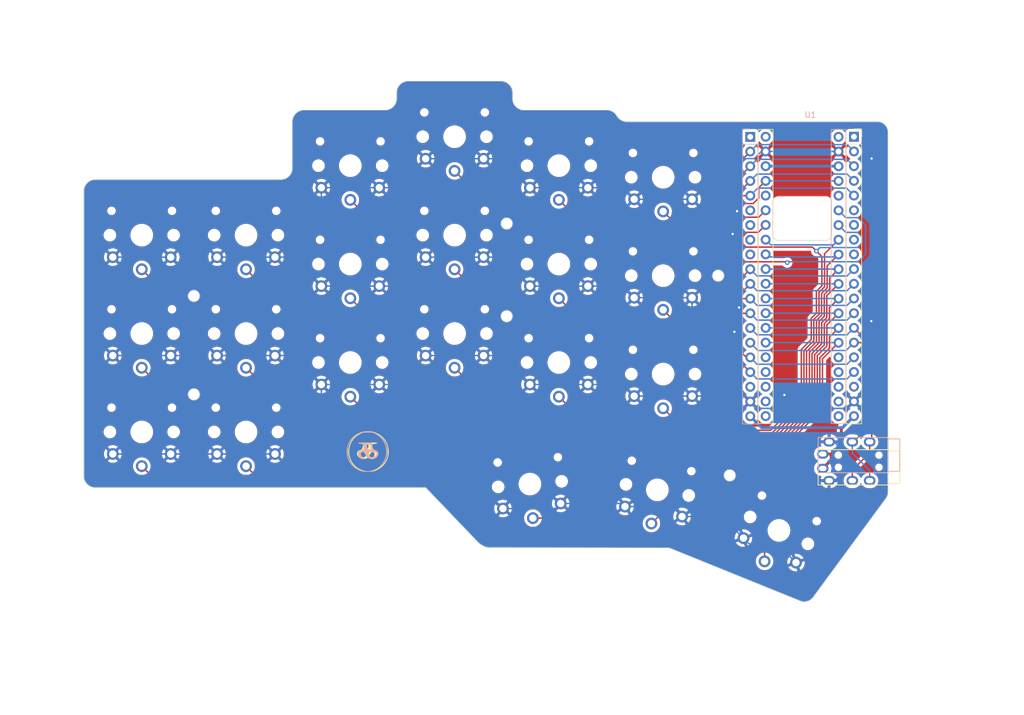
<source format=kicad_pcb>
(kicad_pcb (version 20240108) (generator "pcbnew") (generator_version "8.0")
  (title_block (rev "rev1.0"))
  (layers (0 "F.Cu" signal) (31 "B.Cu" signal) (34 "B.Paste" user) (35 "F.Paste" user) (36 "B.SilkS" user "B.Silkscreen") (37 "F.SilkS" user "F.Silkscreen") (38 "B.Mask" user) (39 "F.Mask" user) (44 "Edge.Cuts" user))
  (net 0 "")
  (net 1 "+3V3")
  (net 2 "GND")
  (net 3 "/TX")
  (net 4 "/RX")
  (net 5 "/k00")
  (net 6 "/k01")
  (net 7 "/k02")
  (net 8 "/k03")
  (net 9 "/k04")
  (net 10 "/k05")
  (net 11 "/k10")
  (net 12 "/k11")
  (net 13 "/k12")
  (net 14 "/k13")
  (net 15 "/k14")
  (net 16 "/k15")
  (net 17 "/k20")
  (net 18 "/k21")
  (net 19 "/k22")
  (net 20 "/k23")
  (net 21 "/k24")
  (net 22 "/k25")
  (net 23 "/k30")
  (net 24 "/k31")
  (net 25 "/k32")
  (footprint "keyswitches:SW_PG1350_reversible" (layer "F.Cu") (at 164 94)
    (property "Reference" "K25" (hide yes))
    (property "Value" "KEYSW")
  )
  (footprint "keyswitches:SW_PG1350_reversible" (layer "F.Cu") (at 146 92)
    (property "Reference" "K24" (hide yes))
    (property "Value" "KEYSW")
  )
  (footprint "keyswitches:SW_PG1350_reversible" (layer "F.Cu") (at 92 104)
    (property "Reference" "K21" (hide yes))
    (property "Value" "KEYSW" (hide yes))
  )
  (footprint "keyswitches:SW_PG1350_reversible" (layer "F.Cu") (at 110 58)
    (property "Reference" "K02" (hide yes))
    (property "Value" "KEYSW" (hide yes))
  )
  (footprint "kdkb_tools:logo-small" (layer "F.Cu") (at 113 107.5)
    (property "Reference" "G***" (hide yes))
    (property "Value" "LOGO" (hide yes))
  )
  (footprint "keyswitches:SW_PG1350_reversible" (layer "F.Cu") (at 74 87)
    (property "Reference" "K10" (hide yes))
    (property "Value" "KEYSW" (hide yes))
  )
  (footprint "keyswitches:SW_PG1350_reversible" (layer "F.Cu") (at 146 58)
    (property "Reference" "K04" (hide yes))
    (property "Value" "KEYSW")
  )
  (footprint "keyswitches:SW_PG1350_reversible" (layer "F.Cu") (at 110 75)
    (property "Reference" "K12" (hide yes))
    (property "Value" "KEYSW")
  )
  (footprint "keyswitches:SW_PG1350_reversible" (layer "F.Cu") (at 141 113 5)
    (property "Reference" "K30" (hide yes))
    (property "Value" "KEYSW")
  )
  (footprint "keyswitches:SW_PG1350_reversible" (layer "F.Cu") (at 92 70)
    (property "Reference" "K01" (hide yes))
    (property "Value" "KEYSW" (hide yes))
  )
  (footprint "keyswitches:SW_PG1350_reversible" (layer "F.Cu") (at 146 75)
    (property "Reference" "K14" (hide yes))
    (property "Value" "KEYSW")
  )
  (footprint "keyswitches:SW_PG1350_reversible" (layer "F.Cu") (at 128 87)
    (property "Reference" "K23" (hide yes))
    (property "Value" "KEYSW" (hide yes))
  )
  (footprint "keyswitches:SW_PG1350_reversible" (layer "F.Cu") (at 128 53)
    (property "Reference" "K03" (hide yes))
    (property "Value" "KEYSW" (hide yes))
  )
  (footprint "keyswitches:SW_PG1350_reversible" (layer "F.Cu") (at 110 92)
    (property "Reference" "K22" (hide yes))
    (property "Value" "KEYSW" (hide yes))
  )
  (footprint "Keebio-Parts:TRRS-PJ-320A" (layer "F.Cu") (at 202.85 110.1 -90)
    (property "Reference" "J1" (hide yes))
    (property "Value" "TRRS")
  )
  (footprint "keyswitches:SW_PG1350_reversible" (layer "F.Cu") (at 164 77)
    (property "Reference" "K15" (hide yes))
    (property "Value" "KEYSW")
  )
  (footprint "keyswitches:SW_PG1350_reversible" (layer "F.Cu") (at 184 121 -25)
    (property "Reference" "K32" (hide yes))
    (property "Value" "KEYSW")
  )
  (footprint "keyswitches:SW_PG1350_reversible" (layer "F.Cu") (at 92 87)
    (property "Reference" "K11" (hide yes))
    (property "Value" "KEYSW" (hide yes))
  )
  (footprint "Footprints:YAAJ_WeAct_BlackPill_2" (layer "F.Cu") (at 179.155 53)
    (property "Reference" "U1")
    (property "Value" "YAAJ_WeAct_BlackPill_Part_Like" (hide yes))
  )
  (footprint "keyswitches:SW_PG1350_reversible" (layer "F.Cu") (at 164 60)
    (property "Reference" "K05" (hide yes))
    (property "Value" "KEYSW")
  )
  (footprint "keyswitches:SW_PG1350_reversible" (layer "F.Cu") (at 74 104)
    (property "Reference" "K20" (hide yes))
    (property "Value" "KEYSW" (hide yes))
  )
  (footprint "keyswitches:SW_PG1350_reversible" (layer "F.Cu") (at 128 70)
    (property "Reference" "K13" (hide yes))
    (property "Value" "KEYSW")
  )
  (footprint "keyswitches:SW_PG1350_reversible" (layer "F.Cu") (at 74 70)
    (property "Reference" "K00" (hide yes))
    (property "Value" "KEYSW" (hide yes))
  )
  (footprint "keyswitches:SW_PG1350_reversible" (layer "F.Cu") (at 163 114 -10)
    (property "Reference" "K31" (hide yes))
    (property "Value" "KEYSW")
  )
  (footprint "kdkb_tools:logo-small" (layer "B.Cu") (at 113 107.5 180)
    (property "Reference" "G***" (hide yes))
    (property "Value" "LOGO" (hide yes))
  )
  (gr_circle (center 83 80.5) (end 84 80.5) (stroke (width 0.1)) (fill none) (layer "Edge.Cuts"))
  (gr_line (start 182.9 69.9) (end 182.9 64.3) (stroke (width 0.1)) (layer "Edge.Cuts"))
  (gr_arc (start 201 50.4) (mid 202.272792 50.927208) (end 202.8 52.2) (stroke (width 0.1)) (layer "Edge.Cuts"))
  (gr_arc (start 100 50.4) (mid 100.585786 48.985786) (end 102 48.4) (stroke (width 0.1)) (layer "Edge.Cuts"))
  (gr_circle (center 137 84) (end 138 84) (stroke (width 0.1)) (fill none) (layer "Edge.Cuts"))
  (gr_line (start 66 113.6) (end 106.5 113.6) (stroke (width 0.1)) (layer "Edge.Cuts"))
  (gr_line (start 189.949999 132.449999) (end 202.434044 115.487896) (stroke (width 0.1)) (layer "Edge.Cuts"))
  (gr_line (start 165 124) (end 187.513868 133.121447) (stroke (width 0.1)) (layer "Edge.Cuts"))
  (gr_arc (start 118 45.4) (mid 118.585786 43.985786) (end 120 43.4) (stroke (width 0.1)) (layer "Edge.Cuts"))
  (gr_circle (center 175.5 111.5) (end 176.5 111.5) (stroke (width 0.1)) (fill none) (layer "Edge.Cuts"))
  (gr_line (start 192.1 70.9) (end 183.9 70.9) (stroke (width 0.1)) (layer "Edge.Cuts"))
  (gr_line (start 201 50.4) (end 157.750002 50.399998) (stroke (width 0.1)) (layer "Edge.Cuts"))
  (gr_arc (start 182.9 64.3) (mid 183.192893 63.592893) (end 183.9 63.3) (stroke (width 0.1)) (layer "Edge.Cuts"))
  (gr_line (start 118 45.4) (end 118 46.4) (stroke (width 0.1)) (layer "Edge.Cuts"))
  (gr_line (start 138 46.4) (end 138 45.4) (stroke (width 0.1)) (layer "Edge.Cuts"))
  (gr_arc (start 193.1 69.9) (mid 192.807107 70.607107) (end 192.1 70.9) (stroke (width 0.1)) (layer "Edge.Cuts"))
  (gr_arc (start 133.759203 123.957053) (mid 132.810421 123.605691) (end 132.000001 122.999999) (stroke (width 0.1)) (layer "Edge.Cuts"))
  (gr_line (start 106.5 113.6) (end 123.004848 113.6) (stroke (width 0.1)) (layer "Edge.Cuts"))
  (gr_line (start 193.092893 64.3) (end 193.1 69.9) (stroke (width 0.1)) (layer "Edge.Cuts"))
  (gr_line (start 123.004848 113.6) (end 132 123) (stroke (width 0.1)) (layer "Edge.Cuts"))
  (gr_arc (start 202.8 114.4) (mid 202.70606 114.973899) (end 202.434044 115.487896) (stroke (width 0.1)) (layer "Edge.Cuts"))
  (gr_line (start 100 50.4) (end 100 58.4) (stroke (width 0.1)) (layer "Edge.Cuts"))
  (gr_line (start 98 60.4) (end 66 60.4) (stroke (width 0.1)) (layer "Edge.Cuts"))
  (gr_circle (center 137 68) (end 138 68) (stroke (width 0.1)) (fill none) (layer "Edge.Cuts"))
  (gr_arc (start 136 43.4) (mid 137.414214 43.985786) (end 138 45.4) (stroke (width 0.1)) (layer "Edge.Cuts"))
  (gr_arc (start 118 46.4) (mid 117.414214 47.814214) (end 116 48.4) (stroke (width 0.1)) (layer "Edge.Cuts"))
  (gr_arc (start 66 113.6) (mid 64.585786 113.014214) (end 64 111.6) (stroke (width 0.1)) (layer "Edge.Cuts"))
  (gr_line (start 202.8 114.4) (end 202.8 113.2) (stroke (width 0.1)) (layer "Edge.Cuts"))
  (gr_arc (start 140 48.4) (mid 138.585786 47.814214) (end 138 46.4) (stroke (width 0.1)) (layer "Edge.Cuts"))
  (gr_arc (start 157.750002 50.399998) (mid 156.742216 50.132373) (end 156 49.4) (stroke (width 0.1)) (layer "Edge.Cuts"))
  (gr_line (start 64 62.4) (end 64 111.6) (stroke (width 0.1)) (layer "Edge.Cuts"))
  (gr_arc (start 192.092893 63.3) (mid 192.8 63.592893) (end 193.092893 64.3) (stroke (width 0.1)) (layer "Edge.Cuts"))
  (gr_line (start 165 124) (end 133.759203 123.957053) (stroke (width 0.1)) (layer "Edge.Cuts"))
  (gr_arc (start 183.9 70.9) (mid 183.192893 70.607107) (end 182.9 69.9) (stroke (width 0.1)) (layer "Edge.Cuts"))
  (gr_line (start 136 43.4) (end 120 43.4) (stroke (width 0.1)) (layer "Edge.Cuts"))
  (gr_arc (start 64 62.4) (mid 64.585786 60.985786) (end 66 60.4) (stroke (width 0.1)) (layer "Edge.Cuts"))
  (gr_line (start 183.9 63.3) (end 192.092893 63.3) (stroke (width 0.1)) (layer "Edge.Cuts"))
  (gr_line (start 116 48.4) (end 102 48.4) (stroke (width 0.1)) (layer "Edge.Cuts"))
  (gr_arc (start 154.3 48.4) (mid 155.286154 48.668538) (end 156 49.4) (stroke (width 0.1)) (layer "Edge.Cuts"))
  (gr_line (start 202.8 113.2) (end 202.8 52.2) (stroke (width 0.1)) (layer "Edge.Cuts"))
  (gr_arc (start 100 58.4) (mid 99.414214 59.814214) (end 98 60.4) (stroke (width 0.1)) (layer "Edge.Cuts"))
  (gr_circle (center 173.5 77) (end 174.5 77) (stroke (width 0.1)) (fill none) (layer "Edge.Cuts"))
  (gr_arc (start 189.949999 132.449999) (mid 188.858511 133.244969) (end 187.513868 133.121447) (stroke (width 0.1)) (layer "Edge.Cuts"))
  (gr_line (start 154.3 48.4) (end 140 48.4) (stroke (width 0.1)) (layer "Edge.Cuts"))
  (gr_circle (center 83 97.5) (end 84 97.5) (stroke (width 0.1)) (fill none) (layer "Edge.Cuts"))
  (segment (start 193 107.8) (end 191.55 107.8) (width 0.5) (layer "F.Cu") (net 1))
  (segment (start 193 108.85) (end 191.55 110.3) (width 0.5) (layer "F.Cu") (net 1))
  (segment (start 194.75 103.445) (end 194.75 106.05) (width 0.5) (layer "F.Cu") (net 1))
  (segment (start 193.3 107.5) (end 193 107.8) (width 0.5) (layer "F.Cu") (net 1))
  (segment (start 196.935 101.26) (end 194.75 103.445) (width 0.5) (layer "F.Cu") (net 1))
  (segment (start 194.75 106.05) (end 193.3 107.5) (width 0.5) (layer "F.Cu") (net 1))
  (segment (start 193 107.8) (end 193 108.85) (width 0.5) (layer "F.Cu") (net 1))
  (segment (start 179.035 101.28) (end 181.005 103.25) (width 0.5) (layer "B.Cu") (net 1))
  (segment (start 194.945 103.25) (end 196.935 101.26) (width 0.5) (layer "B.Cu") (net 1))
  (segment (start 181.005 103.25) (end 194.945 103.25) (width 0.5) (layer "B.Cu") (net 1))
  (segment (start 181.695 58.08) (end 194.255 58.08) (width 0.5) (layer "B.Cu") (net 1))
  (segment (start 194.255 58.08) (end 194.275 58.1) (width 0.25) (layer "B.Cu") (net 1))
  (via (at 176.75 65.85) (size 0.8) (drill 0.4) (layers "F.Cu" "B.Cu") (net 2))
  (via (at 176.3 86.7) (size 0.8) (drill 0.4) (layers "F.Cu" "B.Cu") (net 2))
  (via (at 199.98 56.76) (size 0.8) (drill 0.4) (layers "F.Cu" "B.Cu") (net 2))
  (via (at 176 69.8) (size 0.8) (drill 0.4) (layers "F.Cu" "B.Cu") (net 2))
  (via (at 177.1 82.5) (size 0.8) (drill 0.4) (layers "F.Cu" "B.Cu") (net 2))
  (via (at 184.93 97.6) (size 0.8) (drill 0.4) (layers "F.Cu" "B.Cu") (net 2))
  (via (at 199.93 84.85) (size 0.8) (drill 0.4) (layers "F.Cu" "B.Cu") (net 2))
  (segment (start 136 56.8) (end 141 61.8) (width 0.25) (layer "B.Cu") (net 2))
  (segment (start 146.312165 116.349761) (end 156.89183 116.349761) (width 0.25) (layer "B.Cu") (net 2))
  (segment (start 194.255 55.54) (end 194.275 55.56) (width 0.25) (layer "B.Cu") (net 2))
  (segment (start 136.350218 117.221319) (end 145.440607 117.221319) (width 0.25) (layer "B.Cu") (net 2))
  (segment (start 79 90.8) (end 69 90.8) (width 0.25) (layer "B.Cu") (net 2))
  (segment (start 97 90.8) (end 100 90.8) (width 0.25) (layer "B.Cu") (net 2))
  (segment (start 115 78.8) (end 118 78.8) (width 0.25) (layer "B.Cu") (net 2))
  (segment (start 192.664511 99.914511) (end 195.740489 99.914511) (width 0.25) (layer "B.Cu") (net 2))
  (segment (start 115 95.8) (end 118 95.8) (width 0.25) (layer "B.Cu") (net 2))
  (segment (start 195.740489 99.914511) (end 196.935 98.72) (width 0.25) (layer "B.Cu") (net 2))
  (segment (start 196.10601 103.75) (end 197.25 103.75) (width 0.25) (layer "B.Cu") (net 2))
  (segment (start 79 107.8) (end 69 107.8) (width 0.25) (layer "B.Cu") (net 2))
  (segment (start 83.2 91.8) (end 86 91.8) (width 0.25) (layer "B.Cu") (net 2))
  (segment (start 87 107.8) (end 97 107.8) (width 0.25) (layer "B.Cu") (net 2))
  (segment (start 194.15601 105.7) (end 192.65 105.7) (width 0.25) (layer "B.Cu") (net 2))
  (segment (start 107.7 86.110114) (end 101.75 92.060114) (width 0.25) (layer "B.Cu") (net 2))
  (segment (start 136 90.8) (end 141 95.8) (width 0.25) (layer "B.Cu") (net 2))
  (segment (start 193.6 112.4) (end 192.65 112.4) (width 0.25) (layer "B.Cu") (net 2))
  (segment (start 151 61.8) (end 154.55 61.8) (width 0.25) (layer "B.Cu") (net 2))
  (segment (start 87 73.8) (end 86 74.8) (width 0.25) (layer "B.Cu") (net 2))
  (segment (start 157 78.8) (end 159 80.8) (width 0.25) (layer "B.Cu") (net 2))
  (segment (start 118 78.8) (end 123 73.8) (width 0.25) (layer "B.Cu") (net 2))
  (segment (start 79 73.8) (end 69 73.8) (width 0.25) (layer "B.Cu") (net 2))
  (segment (start 141 78.8) (end 151 78.8) (width 0.25) (layer "B.Cu") (net 2))
  (segment (start 97 73.8) (end 105 65.8) (width 0.25) (layer "B.Cu") (net 2))
  (segment (start 155.55 95.8) (end 157 95.8) (width 0.25) (layer "B.Cu") (net 2))
  (segment (start 159 63.8) (end 169 63.8) (width 0.25) (layer "B.Cu") (net 2))
  (segment (start 195.5 110.5) (end 195.5 107.7) (width 0.25) (layer "B.Cu") (net 2))
  (segment (start 189.25 119.25) (end 184.434264 124.065736) (width 0.25) (layer "B.Cu") (net 2))
  (segment (start 80 74.8) (end 79 73.8) (width 0.25) (layer "B.Cu") (net 2))
  (segment (start 86 74.8) (end 80 74.8) (width 0.25) (layer "B.Cu") (net 2))
  (segment (start 101.689886 92.060114) (end 101.475 92.275) (width 0.25) (layer "B.Cu") (net 2))
  (segment (start 133 73.8) (end 136 73.8) (width 0.25) (layer "B.Cu") (net 2))
  (segment (start 118 95.8) (end 123 90.8) (width 0.25) (layer "B.Cu") (net 2))
  (segment (start 178.095 97.8) (end 179.035 98.74) (width 0.25) (layer "B.Cu") (net 2))
  (segment (start 180.209511 99.914511) (end 192.664511 99.914511) (width 0.25) (layer "B.Cu") (net 2))
  (segment (start 105 65.8) (end 105 61.8) (width 0.25) (layer "B.Cu") (net 2))
  (segment (start 83.2 91.8) (end 82.2 90.8) (width 0.25) (layer "B.Cu") (net 2))
  (segment (start 195.5 107.7) (end 193.5 105.7) (width 0.25) (layer "B.Cu") (net 2))
  (segment (start 189.25 116.85) (end 192.65 113.45) (width 0.25) (layer "B.Cu") (net 2))
  (segment (start 87 73.8) (end 97 73.8) (width 0.25) (layer "B.Cu") (net 2))
  (segment (start 105 95.8) (end 115 95.8) (width 0.25) (layer "B.Cu") (net 2))
  (segment (start 100 73.8) (end 105 78.8) (width 0.25) (layer "B.Cu") (net 2))
  (segment (start 172.13949 118.61051) (end 172.13949 105.63551) (width 0.25) (layer "B.Cu") (net 2))
  (segment (start 169 63.8) (end 176.03 56.77) (width 0.25) (layer "B.Cu") (net 2))
  (segment (start 165.527695 116.874029) (end 167.264176 118.61051) (width 0.25) (layer "B.Cu") (net 2))
  (segment (start 87 90.8) (end 97 90.8) (width 0.25) (layer "B.Cu") (net 2))
  (segment (start 100 90.8) (end 101.475 92.275) (width 0.25) (layer "B.Cu") (net 2))
  (segment (start 79 107.8) (end 87 107.8) (width 0.25) (layer "B.Cu") (net 2))
  (segment (start 174.142144 118.61051) (end 177.862512 122.330878) (width 0.25) (layer "B.Cu") (net 2))
  (segment (start 123 90.8) (end 133 90.8) (width 0.25) (layer "B.Cu") (net 2))
  (segment (start 105 99.8) (end 105 95.8) (width 0.25) (layer "B.Cu") (net 2))
  (segment (start 155.55 78.8) (end 155.55 95.8) (width 0.25) (layer "B.Cu") (net 2))
  (segment (start 101.475 92.275) (end 105 95.8) (width 0.25) (layer "B.Cu") (net 2))
  (segment (start 157 95.8) (end 159 97.8) (width 0.25) (layer "B.Cu") (net 2))
  (segment (start 151 95.8) (end 155.55 95.8) (width 0.25) (layer "B.Cu") (net 2))
  (segment (start 107.7 78.8) (end 107.7 86.110114) (width 0.25) (layer "B.Cu") (net 2))
  (segment (start 179.729282 56.77) (end 180.959282 55.54) (width 0.25) (layer "B.Cu") (net 2))
  (segment (start 169 83.5) (end 174.55 89.05) (width 0.25) (layer "B.Cu") (net 2))
  (segment (start 97 73.8) (end 100 73.8) (width 0.25) (layer "B.Cu") (net 2))
  (segment (start 157 61.8) (end 159 63.8) (width 0.25) (layer "B.Cu") (net 2))
  (segment (start 86 91.8) (end 87 90.8) (width 0.25) (layer "B.Cu") (net 2))
  (segment (start 193.5 105.7) (end 192.65 105.7) (width 0.25) (layer "B.Cu") (net 2))
  (segment (start 198.75 100.535) (end 196.935 98.72) (width 0.25) (layer "B.Cu") (net 2))
  (segment (start 101.75 92.060114) (end 101.689886 92.060114) (width 0.25) (layer "B.Cu") (net 2))
  (segment (start 181.695 55.54) (end 194.255 55.54) (width 0.25) (layer "B.Cu") (net 2))
  (segment (start 192.65 113.45) (end 192.65 112.4) (width 0.25) (layer "B.Cu") (net 2))
  (segment (start 141 95.8) (end 151 95.8) (width 0.25) (layer "B.Cu") (net 2))
  (segment (start 167.264176 118.61051) (end 172.13949 118.61051) (width 0.25) (layer "B.Cu") (net 2))
  (segment (start 169 80.8) (end 169 83.5) (width 0.25) (layer "B.Cu") (net 2))
  (segment (start 157.416098 116.874029) (end 165.527695 116.874029) (width 0.25) (layer "B.Cu") (net 2))
  (segment (start 123 56.8) (end 133 56.8) (width 0.25) (layer "B.Cu") (net 2))
  (segment (start 136 73.8) (end 141 78.8) (width 0.25) (layer "B.Cu") (net 2))
  (segment (start 145.440607 117.221319) (end 146.312165 116.349761) (width 0.25) (layer "B.Cu") (net 2))
  (segment (start 184.434264 124.065736) (end 186.92559 126.557061) (width 0.25) (layer "B.Cu") (net 2))
  (segment (start 172.13949 105.63551) (end 179.035 98.74) (width 0.25) (layer "B.Cu") (net 2))
  (segment (start 172.13949 118.61051) (end 174.142144 118.61051) (width 0.25) (layer "B.Cu") (net 2))
  (segment (start 141 61.8) (end 151 61.8) (width 0.25) (layer "B.Cu") (net 2))
  (segment (start 154.45 78.8) (end 155.55 78.8) (width 0.25) (layer "B.Cu") (net 2))
  (segment (start 195.5 110.5) (end 193.6 112.4) (width 0.25) (layer "B.Cu") (net 2))
  (segment (start 82.2 90.8) (end 79 90.8) (width 0.25) (layer "B.Cu") (net 2))
  (segment (start 174.55 97.8) (end 178.095 97.8) (width 0.25) (layer "B.Cu") (net 2))
  (segment (start 151 78.8) (end 154.45 78.8) (width 0.25) (layer "B.Cu") (net 2))
  (segment (start 154.55 61.8) (end 157 61.8) (width 0.25) (layer "B.Cu") (net 2))
  (segment (start 193.2 112.3) (end 192.6625 112.3) (width 0.25) (layer "B.Cu") (net 2))
  (segment (start 177.862512 122.330878) (end 178.878511 123.346877) (width 0.25) (layer "B.Cu") (net 2))
  (segment (start 174.55 89.05) (end 174.55 97.8) (width 0.25) (layer "B.Cu") (net 2))
  (segment (start 154.5 61.85) (end 154.5 78.75) (width 0.25) (layer "B.Cu") (net 2))
  (segment (start 169 97.8) (end 174.55 97.8) (width 0.25) (layer "B.Cu") (net 2))
  (segment (start 196.10601 103.75) (end 194.15601 105.7) (width 0.25) (layer "B.Cu") (net 2))
  (segment (start 154.55 61.8) (end 154.5 61.85) (width 0.25) (layer "B.Cu") (net 2))
  (segment (start 118 61.8) (end 123 56.8) (width 0.25) (layer "B.Cu") (net 2))
  (segment (start 156.89183 116.349761) (end 157.416098 116.874029) (width 0.25) (layer "B.Cu") (net 2))
  (segment (start 105 61.8) (end 115 61.8) (width 0.25) (layer "B.Cu") (net 2))
  (segment (start 179.035 98.74) (end 180.209511 99.914511) (width 0.25) (layer "B.Cu") (net 2))
  (segment (start 178.878511 123.346877) (end 183.715406 123.346877) (width 0.25) (layer "B.Cu") (net 2))
  (segment (start 154.5 78.75) (end 154.45 78.8) (width 0.25) (layer "B.Cu") (net 2))
  (segment (start 192.65 99.929022) (end 192.664511 99.914511) (width 0.25) (layer "B.Cu") (net 2))
  (segment (start 155.55 78.8) (end 157 78.8) (width 0.25) (layer "B.Cu") (net 2))
  (segment (start 107.7 78.8) (end 115 78.8) (width 0.25) (layer "B.Cu") (net 2))
  (segment (start 123 73.8) (end 133 73.8) (width 0.25) (layer "B.Cu") (net 2))
  (segment (start 159 97.8) (end 169 97.8) (width 0.25) (layer "B.Cu") (net 2))
  (segment (start 115 61.8) (end 118 61.8) (width 0.25) (layer "B.Cu") (net 2))
  (segment (start 183.715406 123.346877) (end 184.434264 124.065736) (width 0.25) (layer "B.Cu") (net 2))
  (segment (start 180.959282 55.54) (end 181.695 55.54) (width 0.25) (layer "B.Cu") (net 2))
  (segment (start 133 90.8) (end 136 90.8) (width 0.25) (layer "B.Cu") (net 2))
  (segment (start 189.25 116.85) (end 189.25 119.25) (width 0.25) (layer "B.Cu") (net 2))
  (segment (start 159 80.8) (end 169 80.8) (width 0.25) (layer "B.Cu") (net 2))
  (segment (start 197.25 103.75) (end 198.75 102.25) (width 0.25) (layer "B.Cu") (net 2))
  (segment (start 198.75 102.25) (end 198.75 100.535) (width 0.25) (layer "B.Cu") (net 2))
  (segment (start 133 56.8) (end 136 56.8) (width 0.25) (layer "B.Cu") (net 2))
  (segment (start 176.03 56.77) (end 179.729282 56.77) (width 0.25) (layer "B.Cu") (net 2))
  (segment (start 105 78.8) (end 107.7 78.8) (width 0.25) (layer "B.Cu") (net 2))
  (segment (start 97 107.8) (end 105 99.8) (width 0.25) (layer "B.Cu") (net 2))
  (segment (start 200 105.35) (end 199.65 105.7) (width 0.25) (layer "F.Cu") (net 3))
  (segment (start 196.65 110.6) (end 196.65 112.4) (width 0.25) (layer "F.Cu") (net 3))
  (segment (start 199.65 107.6) (end 199.65 105.7) (width 0.25) (layer "F.Cu") (net 3))
  (segment (start 199.65 107.6) (end 196.65 110.6) (width 0.25) (layer "F.Cu") (net 3))
  (segment (start 196.935 86.02) (end 200 89.085) (width 0.25) (layer "F.Cu") (net 3))
  (segment (start 200 89.085) (end 200 105.35) (width 0.25) (layer "F.Cu") (net 3))
  (segment (start 193.786995 87.213005) (end 193.788501 87.214511) (width 0.25) (layer "B.Cu") (net 3))
  (segment (start 179.035 86.04) (end 180.208005 87.213005) (width 0.25) (layer "B.Cu") (net 3))
  (segment (start 195.740489 87.214511) (end 196.935 86.02) (width 0.25) (layer "B.Cu") (net 3))
  (segment (start 193.788501 87.214511) (end 195.740489 87.214511) (width 0.25) (layer "B.Cu") (net 3))
  (segment (start 180.208005 87.213005) (end 193.786995 87.213005) (width 0.25) (layer "B.Cu") (net 3))
  (segment (start 198.11 88.56) (end 199.55048 90.00048) (width 0.25) (layer "F.Cu") (net 4))
  (segment (start 199.55048 90.00048) (end 199.55048 102.99952) (width 0.25) (layer "F.Cu") (net 4))
  (segment (start 199.55048 102.99952) (end 196.85 105.7) (width 0.25) (layer "F.Cu") (net 4))
  (segment (start 196.935 88.56) (end 198.11 88.56) (width 0.25) (layer "F.Cu") (net 4))
  (segment (start 196.85 105.7) (end 196.65 105.7) (width 0.25) (layer "F.Cu") (net 4))
  (segment (start 199.65 110.65) (end 199.65 112.4) (width 0.25) (layer "B.Cu") (net 4))
  (segment (start 196.65 107.65) (end 199.65 110.65) (width 0.25) (layer "B.Cu") (net 4))
  (segment (start 180.380489 89.925489) (end 195.569511 89.925489) (width 0.25) (layer "B.Cu") (net 4))
  (segment (start 196.65 105.7) (end 196.65 107.65) (width 0.25) (layer "B.Cu") (net 4))
  (segment (start 179.035 88.58) (end 180.380489 89.925489) (width 0.25) (layer "B.Cu") (net 4))
  (segment (start 195.569511 89.925489) (end 196.935 88.56) (width 0.25) (layer "B.Cu") (net 4))
  (segment (start 176.384072 74.6) (end 171.683112 69.89904) (width 0.25) (layer "F.Cu") (net 5))
  (segment (start 101.69952 73.936198) (end 97.385718 78.25) (width 0.25) (layer "F.Cu") (net 5))
  (segment (start 76.35 78.25) (end 74 75.9) (width 0.25) (layer "F.Cu") (net 5))
  (segment (start 181.695 65.7) (end 180.500489 66.894511) (width 0.25) (layer "F.Cu") (net 5))
  (segment (start 156.495943 67.267379) (end 140.767379 67.267379) (width 0.25) (layer "F.Cu") (net 5))
  (segment (start 140.767379 67.267379) (end 136.39904 62.89904) (width 0.25) (layer "F.Cu") (net 5))
  (segment (start 171.683112 69.89904) (end 159.127604 69.89904) (width 0.25) (layer "F.Cu") (net 5))
  (segment (start 174.687642 66.894511) (end 171.683112 69.89904) (width 0.25) (layer "F.Cu") (net 5))
  (segment (start 97.385718 78.25) (end 76.35 78.25) (width 0.25) (layer "F.Cu") (net 5))
  (segment (start 185.28 74.6) (end 176.384072 74.6) (width 0.25) (layer "F.Cu") (net 5))
  (segment (start 136.39904 62.89904) (end 119.622396 62.89904) (width 0.25) (layer "F.Cu") (net 5))
  (segment (start 101.69952 71.436198) (end 101.69952 73.936198) (width 0.25) (layer "F.Cu") (net 5))
  (segment (start 185.42 74.74) (end 185.28 74.6) (width 0.25) (layer "F.Cu") (net 5))
  (segment (start 159.127604 69.89904) (end 156.495943 67.267379) (width 0.25) (layer "F.Cu") (net 5))
  (segment (start 115.571915 66.94952) (end 106.186198 66.94952) (width 0.25) (layer "F.Cu") (net 5))
  (segment (start 180.500489 66.894511) (end 174.687642 66.894511) (width 0.25) (layer "F.Cu") (net 5))
  (segment (start 106.186198 66.94952) (end 101.69952 71.436198) (width 0.25) (layer "F.Cu") (net 5))
  (segment (start 119.622396 62.89904) (end 115.571915 66.94952) (width 0.25) (layer "F.Cu") (net 5))
  (via (at 185.42 74.74) (size 0.8) (drill 0.4) (layers "F.Cu" "B.Cu") (net 5))
  (segment (start 197.63 74.59) (end 185.57 74.59) (width 0.25) (layer "B.Cu") (net 5))
  (segment (start 197.63 66.97) (end 198.95 68.29) (width 0.25) (layer "B.Cu") (net 5))
  (segment (start 194.275 65.72) (end 195.525 66.97) (width 0.25) (layer "B.Cu") (net 5))
  (segment (start 198.95 73.27) (end 197.63 74.59) (width 0.25) (layer "B.Cu") (net 5))
  (segment (start 198.95 68.29) (end 198.95 73.27) (width 0.25) (layer "B.Cu") (net 5))
  (segment (start 195.525 66.97) (end 197.63 66.97) (width 0.25) (layer "B.Cu") (net 5))
  (segment (start 185.57 74.59) (end 185.42 74.74) (width 0.25) (layer "B.Cu") (net 5))
  (segment (start 115.385718 66.5) (end 106 66.5) (width 0.25) (layer "F.Cu") (net 6))
  (segment (start 180.5 63.566988) (end 179.521499 64.545489) (width 0.25) (layer "F.Cu") (net 6))
  (segment (start 101.25 73.75) (end 97.19952 77.80048) (width 0.25) (layer "F.Cu") (net 6))
  (segment (start 176.400947 64.545489) (end 171.496915 69.44952) (width 0.25) (layer "F.Cu") (net 6))
  (segment (start 181.695 60.62) (end 180.5 61.815) (width 0.25) (layer "F.Cu") (net 6))
  (segment (start 180.5 61.815) (end 180.5 63.566988) (width 0.25) (layer "F.Cu") (net 6))
  (segment (start 97.19952 77.80048) (end 94.90048 77.80048) (width 0.25) (layer "F.Cu") (net 6))
  (segment (start 141.067859 66.817859) (end 136.69952 62.44952) (width 0.25) (layer "F.Cu") (net 6))
  (segment (start 156.682141 66.817859) (end 141.067859 66.817859) (width 0.25) (layer "F.Cu") (net 6))
  (segment (start 179.521499 64.545489) (end 176.400947 64.545489) (width 0.25) (layer "F.Cu") (net 6))
  (segment (start 93.9 77.8) (end 92 75.9) (width 0.25) (layer "F.Cu") (net 6))
  (segment (start 94.90048 77.80048) (end 94.9 77.8) (width 0.25) (layer "F.Cu") (net 6))
  (segment (start 106 66.5) (end 101.25 71.25) (width 0.25) (layer "F.Cu") (net 6))
  (segment (start 101.25 71.25) (end 101.25 73.75) (width 0.25) (layer "F.Cu") (net 6))
  (segment (start 119.436198 62.44952) (end 115.385718 66.5) (width 0.25) (layer "F.Cu") (net 6))
  (segment (start 94.9 77.8) (end 93.9 77.8) (width 0.25) (layer "F.Cu") (net 6))
  (segment (start 136.69952 62.44952) (end 119.436198 62.44952) (width 0.25) (layer "F.Cu") (net 6))
  (segment (start 171.496915 69.44952) (end 159.313803 69.44952) (width 0.25) (layer "F.Cu") (net 6))
  (segment (start 159.313803 69.44952) (end 156.682141 66.817859) (width 0.25) (layer "F.Cu") (net 6))
  (segment (start 194.255 60.62) (end 194.275 60.64) (width 0.25) (layer "B.Cu") (net 6))
  (segment (start 181.695 60.62) (end 194.255 60.62) (width 0.25) (layer "B.Cu") (net 6))
  (segment (start 112.1 66) (end 110 63.9) (width 0.25) (layer "F.Cu") (net 7))
  (segment (start 115.25 66) (end 112.1 66) (width 0.25) (layer "F.Cu") (net 7))
  (segment (start 141.25 66.25) (end 137 62) (width 0.25) (layer "F.Cu") (net 7))
  (segment (start 159.5 69) (end 156.75 66.25) (width 0.25) (layer "F.Cu") (net 7))
  (segment (start 156.75 66.25) (end 141.25 66.25) (width 0.25) (layer "F.Cu") (net 7))
  (segment (start 137 62) (end 119.25 62) (width 0.25) (layer "F.Cu") (net 7))
  (segment (start 177.130718 63.18) (end 171.310718 69) (width 0.25) (layer "F.Cu") (net 7))
  (segment (start 119.25 62) (end 115.25 66) (width 0.25) (layer "F.Cu") (net 7))
  (segment (start 179.035 63.18) (end 177.130718 63.18) (width 0.25) (layer "F.Cu") (net 7))
  (segment (start 171.310718 69) (end 159.5 69) (width 0.25) (layer "F.Cu") (net 7))
  (segment (start 180.345 61.87) (end 195.645 61.87) (width 0.25) (layer "B.Cu") (net 7))
  (segment (start 179.035 63.18) (end 180.345 61.87) (width 0.25) (layer "B.Cu") (net 7))
  (segment (start 195.645 61.87) (end 196.935 63.16) (width 0.25) (layer "B.Cu") (net 7))
  (segment (start 157 65.75) (end 141.5 65.75) (width 0.25) (layer "F.Cu") (net 8))
  (segment (start 137.3 61.55) (end 130.65 61.55) (width 0.25) (layer "F.Cu") (net 8))
  (segment (start 141.5 65.75) (end 137.3 61.55) (width 0.25) (layer "F.Cu") (net 8))
  (segment (start 179.035 60.64) (end 171.175 68.5) (width 0.25) (layer "F.Cu") (net 8))
  (segment (start 171.175 68.5) (end 159.75 68.5) (width 0.25) (layer "F.Cu") (net 8))
  (segment (start 159.75 68.5) (end 157 65.75) (width 0.25) (layer "F.Cu") (net 8))
  (segment (start 130.65 61.55) (end 128 58.9) (width 0.25) (layer "F.Cu") (net 8))
  (segment (start 179.035 60.64) (end 180.229511 59.445489) (width 0.25) (layer "B.Cu") (net 8))
  (segment (start 180.229511 59.445489) (end 195.760489 59.445489) (width 0.25) (layer "B.Cu") (net 8))
  (segment (start 195.760489 59.445489) (end 196.935 60.62) (width 0.25) (layer "B.Cu") (net 8))
  (segment (start 177.3 59.835) (end 177.3 61.739282) (width 0.25) (layer "F.Cu") (net 9))
  (segment (start 147.35 65.25) (end 146 63.9) (width 0.25) (layer "F.Cu") (net 9))
  (segment (start 179.035 58.1) (end 177.3 59.835) (width 0.25) (layer "F.Cu") (net 9))
  (segment (start 160 68) (end 157.25 65.25) (width 0.25) (layer "F.Cu") (net 9))
  (segment (start 177.3 61.739282) (end 171.039282 68) (width 0.25) (layer "F.Cu") (net 9))
  (segment (start 157.25 65.25) (end 147.35 65.25) (width 0.25) (layer "F.Cu") (net 9))
  (segment (start 171.039282 68) (end 160 68) (width 0.25) (layer "F.Cu") (net 9))
  (segment (start 179.035 58.1) (end 180.229511 56.905489) (width 0.25) (layer "B.Cu") (net 9))
  (segment (start 195.760489 56.905489) (end 196.935 58.08) (width 0.25) (layer "B.Cu") (net 9))
  (segment (start 180.229511 56.905489) (end 195.760489 56.905489) (width 0.25) (layer "B.Cu") (net 9))
  (segment (start 176.85048 57.74452) (end 176.85048 61.553084) (width 0.25) (layer "F.Cu") (net 10))
  (segment (start 179.035 55.56) (end 176.85048 57.74452) (width 0.25) (layer "F.Cu") (net 10))
  (segment (start 176.85048 61.553084) (end 170.853084 67.55048) (width 0.25) (layer "F.Cu") (net 10))
  (segment (start 170.853084 67.55048) (end 165.65048 67.55048) (width 0.25) (layer "F.Cu") (net 10))
  (segment (start 165.65048 67.55048) (end 164 65.9) (width 0.25) (layer "F.Cu") (net 10))
  (segment (start 179.035 55.56) (end 180.229511 54.365489) (width 0.25) (layer "B.Cu") (net 10))
  (segment (start 195.760489 54.365489) (end 196.935 55.54) (width 0.25) (layer "B.Cu") (net 10))
  (segment (start 180.229511 54.365489) (end 195.760489 54.365489) (width 0.25) (layer "B.Cu") (net 10))
  (segment (start 142.364282 86.135717) (end 135.745944 79.517379) (width 0.25) (layer "F.Cu") (net 11))
  (segment (start 106.135718 83.75) (end 100.75 89.135718) (width 0.25) (layer "F.Cu") (net 11))
  (segment (start 114.021436 83.75) (end 106.135718 83.75) (width 0.25) (layer "F.Cu") (net 11))
  (segment (start 118.254057 79.517379) (end 114.021436 83.75) (width 0.25) (layer "F.Cu") (net 11))
  (segment (start 177.5 90.9) (end 172.99904 86.39904) (width 0.25) (layer "F.Cu") (net 11))
  (segment (start 135.745944 79.517379) (end 118.254057 79.517379) (width 0.25) (layer "F.Cu") (net 11))
  (segment (start 142.627604 86.39904) (end 142.364282 86.135717) (width 0.25) (layer "F.Cu") (net 11))
  (segment (start 100.75 92) (end 98 94.75) (width 0.25) (layer "F.Cu") (net 11))
  (segment (start 98 94.75) (end 75.85 94.75) (width 0.25) (layer "F.Cu") (net 11))
  (segment (start 100.75 89.135718) (end 100.75 92) (width 0.25) (layer "F.Cu") (net 11))
  (segment (start 179.035 93.66) (end 177.5 92.125) (width 0.25) (layer "F.Cu") (net 11))
  (segment (start 177.5 92.125) (end 177.5 90.9) (width 0.25) (layer "F.Cu") (net 11))
  (segment (start 172.99904 86.39904) (end 142.627604 86.39904) (width 0.25) (layer "F.Cu") (net 11))
  (segment (start 75.85 94.75) (end 74 92.9) (width 0.25) (layer "F.Cu") (net 11))
  (segment (start 179.035 93.66) (end 180.209511 94.834511) (width 0.25) (layer "B.Cu") (net 11))
  (segment (start 180.209511 94.834511) (end 195.740489 94.834511) (width 0.25) (layer "B.Cu") (net 11))
  (segment (start 195.740489 94.834511) (end 196.935 93.64) (width 0.25) (layer "B.Cu") (net 11))
  (segment (start 173.18952 85.94952) (end 142.813802 85.94952) (width 0.25) (layer "F.Cu") (net 12))
  (segment (start 100.30048 91.813802) (end 97.813802 94.30048) (width 0.25) (layer "F.Cu") (net 12))
  (segment (start 93.40048 94.30048) (end 92 92.9) (width 0.25) (layer "F.Cu") (net 12))
  (segment (start 118.067859 79.067859) (end 113.885718 83.25) (width 0.25) (layer "F.Cu") (net 12))
  (segment (start 179.035 91.12) (end 178.36 91.12) (width 0.25) (layer "F.Cu") (net 12))
  (segment (start 100.30048 88.949521) (end 100.30048 91.813802) (width 0.25) (layer "F.Cu") (net 12))
  (segment (start 135.932141 79.067859) (end 118.067859 79.067859) (width 0.25) (layer "F.Cu") (net 12))
  (segment (start 142.813802 85.94952) (end 135.932141 79.067859) (width 0.25) (layer "F.Cu") (net 12))
  (segment (start 106 83.25) (end 100.30048 88.949521) (width 0.25) (layer "F.Cu") (net 12))
  (segment (start 178.36 91.12) (end 173.18952 85.94952) (width 0.25) (layer "F.Cu") (net 12))
  (segment (start 97.813802 94.30048) (end 93.40048 94.30048) (width 0.25) (layer "F.Cu") (net 12))
  (segment (start 113.885718 83.25) (end 106 83.25) (width 0.25) (layer "F.Cu") (net 12))
  (segment (start 195.740489 92.294511) (end 196.935 91.1) (width 0.25) (layer "B.Cu") (net 12))
  (segment (start 180.209511 92.294511) (end 195.740489 92.294511) (width 0.25) (layer "B.Cu") (net 12))
  (segment (start 179.035 91.12) (end 180.209511 92.294511) (width 0.25) (layer "B.Cu") (net 12))
  (segment (start 175.226436 83.5) (end 173.226435 85.5) (width 0.25) (layer "F.Cu") (net 13))
  (segment (start 143 85.5) (end 136 78.5) (width 0.25) (layer "F.Cu") (net 13))
  (segment (start 111.75 82.65) (end 110 80.9) (width 0.25) (layer "F.Cu") (net 13))
  (segment (start 179.035 83.5) (end 175.226436 83.5) (width 0.25) (layer "F.Cu") (net 13))
  (segment (start 113.85 82.65) (end 111.75 82.65) (width 0.25) (layer "F.Cu") (net 13))
  (segment (start 136 78.5) (end 118 78.5) (width 0.25) (layer "F.Cu") (net 13))
  (segment (start 173.226435 85.5) (end 143 85.5) (width 0.25) (layer "F.Cu") (net 13))
  (segment (start 118 78.5) (end 113.85 82.65) (width 0.25) (layer "F.Cu") (net 13))
  (segment (start 195.740489 84.674511) (end 196.935 83.48) (width 0.25) (layer "B.Cu") (net 13))
  (segment (start 179.035 83.5) (end 180.209511 84.674511) (width 0.25) (layer "B.Cu") (net 13))
  (segment (start 180.209511 84.674511) (end 195.740489 84.674511) (width 0.25) (layer "B.Cu") (net 13))
  (segment (start 143.25 85) (end 136.30048 78.05048) (width 0.25) (layer "F.Cu") (net 14))
  (segment (start 136.30048 78.05048) (end 130.15048 78.05048) (width 0.25) (layer "F.Cu") (net 14))
  (segment (start 177.130718 80.96) (end 173.090718 85) (width 0.25) (layer "F.Cu") (net 14))
  (segment (start 179.035 80.96) (end 177.130718 80.96) (width 0.25) (layer "F.Cu") (net 14))
  (segment (start 130.15048 78.05048) (end 128 75.9) (width 0.25) (layer "F.Cu") (net 14))
  (segment (start 173.090718 85) (end 143.25 85) (width 0.25) (layer "F.Cu") (net 14))
  (segment (start 179.035 80.96) (end 180.209511 82.134511) (width 0.25) (layer "B.Cu") (net 14))
  (segment (start 180.209511 82.134511) (end 195.740489 82.134511) (width 0.25) (layer "B.Cu") (net 14))
  (segment (start 195.740489 82.134511) (end 196.935 80.94) (width 0.25) (layer "B.Cu") (net 14))
  (segment (start 149.6 84.5) (end 146 80.9) (width 0.25) (layer "F.Cu") (net 15))
  (segment (start 179.035 78.42) (end 172.955 84.5) (width 0.25) (layer "F.Cu") (net 15))
  (segment (start 172.955 84.5) (end 149.6 84.5) (width 0.25) (layer "F.Cu") (net 15))
  (segment (start 195.740489 79.594511) (end 196.935 78.4) (width 0.25) (layer "B.Cu") (net 15))
  (segment (start 180.209511 79.594511) (end 195.740489 79.594511) (width 0.25) (layer "B.Cu") (net 15))
  (segment (start 179.035 78.42) (end 180.209511 79.594511) (width 0.25) (layer "B.Cu") (net 15))
  (segment (start 165.15048 84.05048) (end 164 82.9) (width 0.25) (layer "F.Cu") (net 16))
  (segment (start 177.4 79.419282) (end 172.768802 84.05048) (width 0.25) (layer "F.Cu") (net 16))
  (segment (start 177.4 77.515) (end 177.4 79.419282) (width 0.25) (layer "F.Cu") (net 16))
  (segment (start 172.768802 84.05048) (end 165.15048 84.05048) (width 0.25) (layer "F.Cu") (net 16))
  (segment (start 179.035 75.88) (end 177.4 77.515) (width 0.25) (layer "F.Cu") (net 16))
  (segment (start 179.035 75.88) (end 180.189511 77.034511) (width 0.25) (layer "B.Cu") (net 16))
  (segment (start 195.740489 77.054511) (end 196.935 75.86) (width 0.25) (layer "B.Cu") (net 16))
  (segment (start 192.275009 77.034511) (end 192.295009 77.054511) (width 0.25) (layer "B.Cu") (net 16))
  (segment (start 180.189511 77.034511) (end 192.275009 77.034511) (width 0.25) (layer "B.Cu") (net 16))
  (segment (start 192.295009 77.054511) (end 195.740489 77.054511) (width 0.25) (layer "B.Cu") (net 16))
  (segment (start 191.810601 85.289399) (end 191.810601 88.963802) (width 0.25) (layer "F.Cu") (net 17))
  (segment (start 183.592846 106) (end 139.114282 106) (width 0.25) (layer "F.Cu") (net 17))
  (segment (start 190.15144 99.441406) (end 183.592846 106) (width 0.25) (layer "F.Cu") (net 17))
  (segment (start 191.810601 88.963802) (end 190.15144 90.622963) (width 0.25) (layer "F.Cu") (net 17))
  (segment (start 190.15144 90.622963) (end 190.15144 99.441406) (width 0.25) (layer "F.Cu") (net 17))
  (segment (start 139.114282 106) (end 135.063802 101.94952) (width 0.25) (layer "F.Cu") (net 17))
  (segment (start 75.6 111.5) (end 74 109.9) (width 0.25) (layer "F.Cu") (net 17))
  (segment (start 192.7 84.4) (end 191.810601 85.289399) (width 0.25) (layer "F.Cu") (net 17))
  (segment (start 192.7 82.535) (end 192.7 84.4) (width 0.25) (layer "F.Cu") (net 17))
  (segment (start 108.30048 101.94952) (end 98.75 111.5) (width 0.25) (layer "F.Cu") (net 17))
  (segment (start 98.75 111.5) (end 75.6 111.5) (width 0.25) (layer "F.Cu") (net 17))
  (segment (start 194.275 80.96) (end 192.7 82.535) (width 0.25) (layer "F.Cu") (net 17))
  (segment (start 135.063802 101.94952) (end 108.30048 101.94952) (width 0.25) (layer "F.Cu") (net 17))
  (segment (start 181.695 80.94) (end 194.255 80.94) (width 0.25) (layer "B.Cu") (net 17))
  (segment (start 194.255 80.94) (end 194.275 80.96) (width 0.25) (layer "B.Cu") (net 17))
  (segment (start 191.361081 85.103202) (end 191.361081 88.777604) (width 0.25) (layer "F.Cu") (net 18))
  (segment (start 191.361081 88.777604) (end 189.70192 90.436765) (width 0.25) (layer "F.Cu") (net 18))
  (segment (start 183.457128 105.5) (end 139.25 105.5) (width 0.25) (layer "F.Cu") (net 18))
  (segment (start 135.25 101.5) (end 108 101.5) (width 0.25) (layer "F.Cu") (net 18))
  (segment (start 189.70192 99.255208) (end 183.457128 105.5) (width 0.25) (layer "F.Cu") (net 18))
  (segment (start 108 101.5) (end 98.44952 111.05048) (width 0.25) (layer "F.Cu") (net 18))
  (segment (start 139.25 105.5) (end 135.25 101.5) (width 0.25) (layer "F.Cu") (net 18))
  (segment (start 194.275 78.42) (end 192.25048 80.44452) (width 0.25) (layer "F.Cu") (net 18))
  (segment (start 93.15048 111.05048) (end 92 109.9) (width 0.25) (layer "F.Cu") (net 18))
  (segment (start 192.25048 84.213802) (end 191.361081 85.103202) (width 0.25) (layer "F.Cu") (net 18))
  (segment (start 189.70192 90.436765) (end 189.70192 99.255208) (width 0.25) (layer "F.Cu") (net 18))
  (segment (start 98.44952 111.05048) (end 93.15048 111.05048) (width 0.25) (layer "F.Cu") (net 18))
  (segment (start 192.25048 80.44452) (end 192.25048 84.213802) (width 0.25) (layer "F.Cu") (net 18))
  (segment (start 194.255 78.4) (end 194.275 78.42) (width 0.25) (layer "B.Cu") (net 18))
  (segment (start 181.695 78.4) (end 194.255 78.4) (width 0.25) (layer "B.Cu") (net 18))
  (segment (start 135.436197 101.05048) (end 113.15048 101.05048) (width 0.25) (layer "F.Cu") (net 19))
  (segment (start 192.754641 77.400359) (end 192.754641 79.304641) (width 0.25) (layer "F.Cu") (net 19))
  (segment (start 139.436197 105.05048) (end 135.436197 101.05048) (width 0.25) (layer "F.Cu") (net 19))
  (segment (start 191.80096 84.027605) (end 190.911562 84.917003) (width 0.25) (layer "F.Cu") (net 19))
  (segment (start 190.911562 84.917003) (end 190.911561 88.591406) (width 0.25) (layer "F.Cu") (net 19))
  (segment (start 189.25 90.252967) (end 189.25 99) (width 0.25) (layer "F.Cu") (net 19))
  (segment (start 113.15048 101.05048) (end 110 97.9) (width 0.25) (layer "F.Cu") (net 19))
  (segment (start 183.19952 105.05048) (end 139.436197 105.05048) (width 0.25) (layer "F.Cu") (net 19))
  (segment (start 189.25 99) (end 183.19952 105.05048) (width 0.25) (layer "F.Cu") (net 19))
  (segment (start 191.80096 80.258323) (end 191.80096 84.027605) (width 0.25) (layer "F.Cu") (net 19))
  (segment (start 190.911561 88.591406) (end 189.25 90.252967) (width 0.25) (layer "F.Cu") (net 19))
  (segment (start 194.275 75.88) (end 192.754641 77.400359) (width 0.25) (layer "F.Cu") (net 19))
  (segment (start 192.754641 79.304641) (end 191.80096 80.258323) (width 0.25) (layer "F.Cu") (net 19))
  (segment (start 194.255 75.86) (end 194.275 75.88) (width 0.25) (layer "B.Cu") (net 19))
  (segment (start 181.695 75.86) (end 194.255 75.86) (width 0.25) (layer "B.Cu") (net 19))
  (segment (start 194.275 73.34) (end 192.305121 75.309879) (width 0.25) (layer "F.Cu") (net 20))
  (segment (start 192.305121 79.118444) (end 191.35144 80.072126) (width 0.25) (layer "F.Cu") (net 20))
  (segment (start 191.35144 80.072126) (end 191.35144 83.841407) (width 0.25) (layer "F.Cu") (net 20))
  (segment (start 183.013322 104.60096) (end 139.70096 104.60096) (width 0.25) (layer "F.Cu") (net 20))
  (segment (start 192.305121 75.309879) (end 192.305121 79.118444) (width 0.25) (layer "F.Cu") (net 20))
  (segment (start 188.75 90.117249) (end 188.75 98.864282) (width 0.25) (layer "F.Cu") (net 20))
  (segment (start 190.462042 84.730806) (end 190.462042 88.405207) (width 0.25) (layer "F.Cu") (net 20))
  (segment (start 190.462042 88.405207) (end 188.75 90.117249) (width 0.25) (layer "F.Cu") (net 20))
  (segment (start 139.70096 104.60096) (end 128 92.9) (width 0.25) (layer "F.Cu") (net 20))
  (segment (start 191.35144 83.841407) (end 190.462042 84.730806) (width 0.25) (layer "F.Cu") (net 20))
  (segment (start 188.75 98.864282) (end 183.013322 104.60096) (width 0.25) (layer "F.Cu") (net 20))
  (segment (start 181.695 73.32) (end 182.135 73.76) (width 0.25) (layer "B.Cu") (net 20))
  (segment (start 182.135 73.76) (end 193.855 73.76) (width 0.25) (layer "B.Cu") (net 20))
  (segment (start 193.855 73.76) (end 194.275 73.34) (width 0.25) (layer "B.Cu") (net 20))
  (segment (start 190.012523 84.544607) (end 190.012522 88.219009) (width 0.25) (layer "F.Cu") (net 21))
  (segment (start 152.25144 104.15144) (end 146 97.9) (width 0.25) (layer "F.Cu") (net 21))
  (segment (start 182.827124 104.15144) (end 152.25144 104.15144) (width 0.25) (layer "F.Cu") (net 21))
  (segment (start 188.30048 98.678084) (end 182.827124 104.15144) (width 0.25) (layer "F.Cu") (net 21))
  (segment (start 194.275 70.8) (end 191.855601 73.219399) (width 0.25) (layer "F.Cu") (net 21))
  (segment (start 190.90192 83.65521) (end 190.012523 84.544607) (width 0.25) (layer "F.Cu") (net 21))
  (segment (start 191.855601 73.219399) (end 191.855601 78.932247) (width 0.25) (layer "F.Cu") (net 21))
  (segment (start 190.012522 88.219009) (end 188.30048 89.931052) (width 0.25) (layer "F.Cu") (net 21))
  (segment (start 191.855601 78.932247) (end 190.901921 79.885927) (width 0.25) (layer "F.Cu") (net 21))
  (segment (start 190.901921 79.885927) (end 190.90192 83.65521) (width 0.25) (layer "F.Cu") (net 21))
  (segment (start 188.30048 89.931052) (end 188.30048 98.678084) (width 0.25) (layer "F.Cu") (net 21))
  (segment (start 193.395 71.68) (end 194.275 70.8) (width 0.25) (layer "B.Cu") (net 21))
  (segment (start 182.595 71.68) (end 193.395 71.68) (width 0.25) (layer "B.Cu") (net 21))
  (segment (start 194.255 70.78) (end 194.275 70.8) (width 0.25) (layer "B.Cu") (net 21))
  (segment (start 181.695 70.78) (end 182.595 71.68) (width 0.25) (layer "B.Cu") (net 21))
  (segment (start 191.406081 78.746049) (end 190.452401 79.69973) (width 0.25) (layer "F.Cu") (net 22))
  (segment (start 189.563002 88.032811) (end 187.85096 89.744855) (width 0.25) (layer "F.Cu") (net 22))
  (segment (start 178.473012 69.51) (end 180.425 69.51) (width 0.25) (layer "F.Cu") (net 22))
  (segment (start 187.85096 98.39904) (end 182.54808 103.70192) (width 0.25) (layer "F.Cu") (net 22))
  (segment (start 177.72 70.263012) (end 178.473012 69.51) (width 0.25) (layer "F.Cu") (net 22))
  (segment (start 190.452401 79.69973) (end 190.452401 83.469011) (width 0.25) (layer "F.Cu") (net 22))
  (segment (start 187.85096 89.744855) (end 187.85096 98.39904) (width 0.25) (layer "F.Cu") (net 22))
  (segment (start 191.406081 73.706081) (end 191.406081 78.746049) (width 0.25) (layer "F.Cu") (net 22))
  (segment (start 189.76 72.06) (end 178.33 72.06) (width 0.25) (layer "F.Cu") (net 22))
  (segment (start 180.425 69.51) (end 181.695 68.24) (width 0.25) (layer "F.Cu") (net 22))
  (segment (start 167.80192 103.70192) (end 164 99.9) (width 0.25) (layer "F.Cu") (net 22))
  (segment (start 190.45 72.75) (end 191.406081 73.706081) (width 0.25) (layer "F.Cu") (net 22))
  (segment (start 182.54808 103.70192) (end 167.80192 103.70192) (width 0.25) (layer "F.Cu") (net 22))
  (segment (start 177.72 71.45) (end 177.72 70.263012) (width 0.25) (layer "F.Cu") (net 22))
  (segment (start 190.45 72.75) (end 189.76 72.06) (width 0.25) (layer "F.Cu") (net 22))
  (segment (start 190.452401 83.469011) (end 189.563003 84.35841) (width 0.25) (layer "F.Cu") (net 22))
  (segment (start 178.33 72.06) (end 177.72 71.45) (width 0.25) (layer "F.Cu") (net 22))
  (segment (start 189.563003 84.35841) (end 189.563002 88.032811) (width 0.25) (layer "F.Cu") (net 22))
  (via (at 190.45 72.75) (size 0.8) (drill 0.4) (layers "F.Cu" "B.Cu") (net 22))
  (segment (start 198.31 70.26) (end 197.57 69.52) (width 0.25) (layer "B.Cu") (net 22))
  (segment (start 198.31 71.36) (end 198.31 70.26) (width 0.25) (layer "B.Cu") (net 22))
  (segment (start 197.53 72.14) (end 198.31 71.36) (width 0.25) (layer "B.Cu") (net 22))
  (segment (start 197.57 69.52) (end 195.535 69.52) (width 0.25) (layer "B.Cu") (net 22))
  (segment (start 194.255 68.24) (end 194.275 68.26) (width 0.25) (layer "B.Cu") (net 22))
  (segment (start 190.45 72.75) (end 191.06 72.14) (width 0.25) (layer "B.Cu") (net 22))
  (segment (start 195.535 69.52) (end 194.275 68.26) (width 0.25) (layer "B.Cu") (net 22))
  (segment (start 191.06 72.14) (end 197.53 72.14) (width 0.25) (layer "B.Cu") (net 22))
  (segment (start 155.75 110.75) (end 147.622451 118.877549) (width 0.25) (layer "F.Cu") (net 23))
  (segment (start 166.25 106.5) (end 162 110.75) (width 0.25) (layer "F.Cu") (net 23))
  (segment (start 192.260121 85.514879) (end 192.260121 89.15) (width 0.25) (layer "F.Cu") (net 23))
  (segment (start 190.60096 90.809161) (end 190.60096 99.627604) (width 0.25) (layer "F.Cu") (net 23))
  (segment (start 147.622451 118.877549) (end 141.514219 118.877549) (width 0.25) (layer "F.Cu") (net 23))
  (segment (start 162 110.75) (end 155.75 110.75) (width 0.25) (layer "F.Cu") (net 23))
  (segment (start 183.728564 106.5) (end 166.25 106.5) (width 0.25) (layer "F.Cu") (net 23))
  (segment (start 194.275 83.5) (end 192.260121 85.514879) (width 0.25) (layer "F.Cu") (net 23))
  (segment (start 190.60096 99.627604) (end 183.728564 106.5) (width 0.25) (layer "F.Cu") (net 23))
  (segment (start 192.260121 89.15) (end 190.60096 90.809161) (width 0.25) (layer "F.Cu") (net 23))
  (segment (start 194.255 83.48) (end 194.275 83.5) (width 0.25) (layer "B.Cu") (net 23))
  (segment (start 181.695 83.48) (end 194.255 83.48) (width 0.25) (layer "B.Cu") (net 23))
  (segment (start 191.05048 91.168803) (end 191.05048 99.813802) (width 0.25) (layer "F.Cu") (net 24))
  (segment (start 174.364282 116.5) (end 165.285842 116.5) (width 0.25) (layer "F.Cu") (net 24))
  (segment (start 192.709641 89.509641) (end 191.05048 91.168803) (width 0.25) (layer "F.Cu") (net 24))
  (segment (start 194.275 86.04) (end 192.709641 87.605359) (width 0.25) (layer "F.Cu") (net 24))
  (segment (start 192.709641 87.605359) (end 192.709641 89.509641) (width 0.25) (layer "F.Cu") (net 24))
  (segment (start 165.285842 116.5) (end 161.975476 119.810366) (width 0.25) (layer "F.Cu") (net 24))
  (segment (start 191.05048 99.813802) (end 174.364282 116.5) (width 0.25) (layer "F.Cu") (net 24))
  (segment (start 181.695 86.02) (end 194.255 86.02) (width 0.25) (layer "B.Cu") (net 24))
  (segment (start 194.255 86.02) (end 194.275 86.04) (width 0.25) (layer "B.Cu") (net 24))
  (segment (start 182.5 109) (end 182.5 118) (width 0.25) (layer "F.Cu") (net 25))
  (segment (start 194.275 88.58) (end 191.5 91.355) (width 0.25) (layer "F.Cu") (net 25))
  (segment (start 191.5 100) (end 182.5 109) (width 0.25) (layer "F.Cu") (net 25))
  (segment (start 182.5 118) (end 181.506552 118.993448) (width 0.25) (layer "F.Cu") (net 25))
  (segment (start 181.506552 118.993448) (end 181.506552 126.347216) (width 0.25) (layer "F.Cu") (net 25))
  (segment (start 191.5 91.355) (end 191.5 100) (width 0.25) (layer "F.Cu") (net 25))
  (segment (start 181.695 88.56) (end 194.255 88.56) (width 0.25) (layer "B.Cu") (net 25))
  (segment (start 194.255 88.56) (end 194.275 88.58) (width 0.25) (layer "B.Cu") (net 25))
  (zone (net 2) (net_name "GND") (layers "F&B.Cu") (connect_pads (clearance 0.508)) (min_thickness 0.254) (fill yes (thermal_gap 0.508) (thermal_bridge_width 0.508))
    (polygon (pts (xy 225.14 152.93) (xy 49.53 144.6) (xy 52.31 31.69) (xy 226.3 29.38)))
  )
)
</source>
